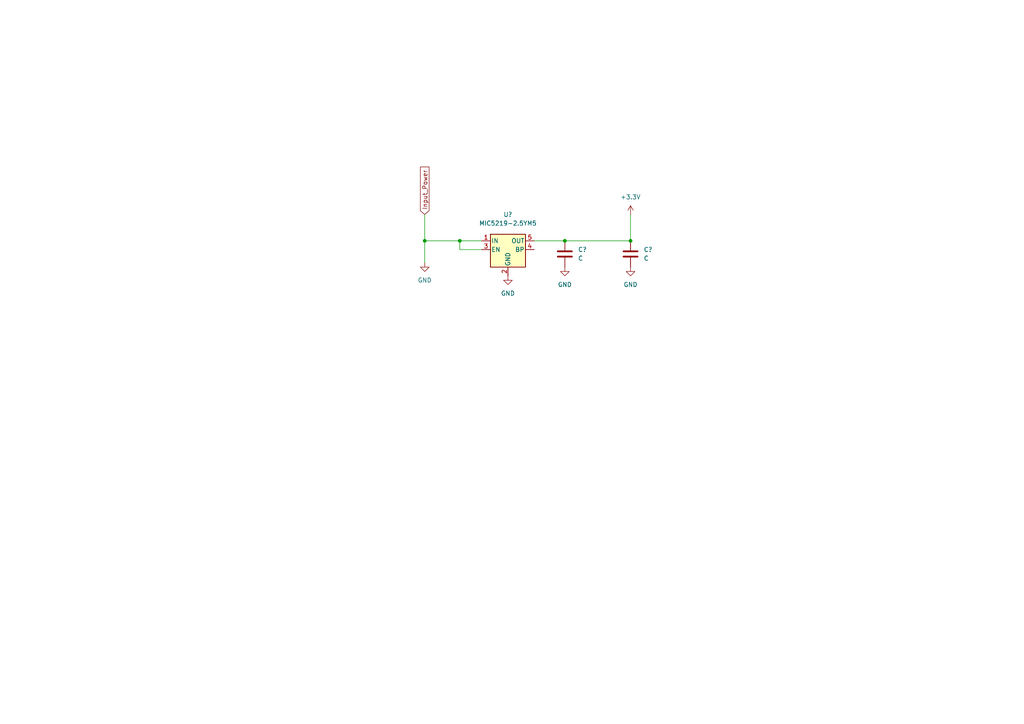
<source format=kicad_sch>
(kicad_sch (version 20211123) (generator eeschema)

  (uuid e406a9af-53e5-45b8-acee-6385beacca60)

  (paper "A4")

  (lib_symbols
    (symbol "Device:C" (pin_numbers hide) (pin_names (offset 0.254)) (in_bom yes) (on_board yes)
      (property "Reference" "C" (id 0) (at 0.635 2.54 0)
        (effects (font (size 1.27 1.27)) (justify left))
      )
      (property "Value" "C" (id 1) (at 0.635 -2.54 0)
        (effects (font (size 1.27 1.27)) (justify left))
      )
      (property "Footprint" "" (id 2) (at 0.9652 -3.81 0)
        (effects (font (size 1.27 1.27)) hide)
      )
      (property "Datasheet" "~" (id 3) (at 0 0 0)
        (effects (font (size 1.27 1.27)) hide)
      )
      (property "ki_keywords" "cap capacitor" (id 4) (at 0 0 0)
        (effects (font (size 1.27 1.27)) hide)
      )
      (property "ki_description" "Unpolarized capacitor" (id 5) (at 0 0 0)
        (effects (font (size 1.27 1.27)) hide)
      )
      (property "ki_fp_filters" "C_*" (id 6) (at 0 0 0)
        (effects (font (size 1.27 1.27)) hide)
      )
      (symbol "C_0_1"
        (polyline
          (pts
            (xy -2.032 -0.762)
            (xy 2.032 -0.762)
          )
          (stroke (width 0.508) (type default) (color 0 0 0 0))
          (fill (type none))
        )
        (polyline
          (pts
            (xy -2.032 0.762)
            (xy 2.032 0.762)
          )
          (stroke (width 0.508) (type default) (color 0 0 0 0))
          (fill (type none))
        )
      )
      (symbol "C_1_1"
        (pin passive line (at 0 3.81 270) (length 2.794)
          (name "~" (effects (font (size 1.27 1.27))))
          (number "1" (effects (font (size 1.27 1.27))))
        )
        (pin passive line (at 0 -3.81 90) (length 2.794)
          (name "~" (effects (font (size 1.27 1.27))))
          (number "2" (effects (font (size 1.27 1.27))))
        )
      )
    )
    (symbol "Regulator_Linear:MIC5219-2.5YM5" (pin_names (offset 0.254)) (in_bom yes) (on_board yes)
      (property "Reference" "U" (id 0) (at -3.81 5.715 0)
        (effects (font (size 1.27 1.27)))
      )
      (property "Value" "MIC5219-2.5YM5" (id 1) (at 0 5.715 0)
        (effects (font (size 1.27 1.27)) (justify left))
      )
      (property "Footprint" "Package_TO_SOT_SMD:SOT-23-5" (id 2) (at 0 8.255 0)
        (effects (font (size 1.27 1.27)) hide)
      )
      (property "Datasheet" "http://ww1.microchip.com/downloads/en/DeviceDoc/MIC5219-500mA-Peak-Output-LDO-Regulator-DS20006021A.pdf" (id 3) (at 0 0 0)
        (effects (font (size 1.27 1.27)) hide)
      )
      (property "ki_keywords" "500mA ultra-low-noise LDO linear voltage regulator fixed positive" (id 4) (at 0 0 0)
        (effects (font (size 1.27 1.27)) hide)
      )
      (property "ki_description" "500mA low dropout linear regulator, fixed 2.5V output, SOT-23-5" (id 5) (at 0 0 0)
        (effects (font (size 1.27 1.27)) hide)
      )
      (property "ki_fp_filters" "SOT?23*" (id 6) (at 0 0 0)
        (effects (font (size 1.27 1.27)) hide)
      )
      (symbol "MIC5219-2.5YM5_0_1"
        (rectangle (start -5.08 4.445) (end 5.08 -5.08)
          (stroke (width 0.254) (type default) (color 0 0 0 0))
          (fill (type background))
        )
      )
      (symbol "MIC5219-2.5YM5_1_1"
        (pin power_in line (at -7.62 2.54 0) (length 2.54)
          (name "IN" (effects (font (size 1.27 1.27))))
          (number "1" (effects (font (size 1.27 1.27))))
        )
        (pin power_in line (at 0 -7.62 90) (length 2.54)
          (name "GND" (effects (font (size 1.27 1.27))))
          (number "2" (effects (font (size 1.27 1.27))))
        )
        (pin input line (at -7.62 0 0) (length 2.54)
          (name "EN" (effects (font (size 1.27 1.27))))
          (number "3" (effects (font (size 1.27 1.27))))
        )
        (pin input line (at 7.62 0 180) (length 2.54)
          (name "BP" (effects (font (size 1.27 1.27))))
          (number "4" (effects (font (size 1.27 1.27))))
        )
        (pin power_out line (at 7.62 2.54 180) (length 2.54)
          (name "OUT" (effects (font (size 1.27 1.27))))
          (number "5" (effects (font (size 1.27 1.27))))
        )
      )
    )
    (symbol "power:+3.3V" (power) (pin_names (offset 0)) (in_bom yes) (on_board yes)
      (property "Reference" "#PWR" (id 0) (at 0 -3.81 0)
        (effects (font (size 1.27 1.27)) hide)
      )
      (property "Value" "+3.3V" (id 1) (at 0 3.556 0)
        (effects (font (size 1.27 1.27)))
      )
      (property "Footprint" "" (id 2) (at 0 0 0)
        (effects (font (size 1.27 1.27)) hide)
      )
      (property "Datasheet" "" (id 3) (at 0 0 0)
        (effects (font (size 1.27 1.27)) hide)
      )
      (property "ki_keywords" "global power" (id 4) (at 0 0 0)
        (effects (font (size 1.27 1.27)) hide)
      )
      (property "ki_description" "Power symbol creates a global label with name \"+3.3V\"" (id 5) (at 0 0 0)
        (effects (font (size 1.27 1.27)) hide)
      )
      (symbol "+3.3V_0_1"
        (polyline
          (pts
            (xy -0.762 1.27)
            (xy 0 2.54)
          )
          (stroke (width 0) (type default) (color 0 0 0 0))
          (fill (type none))
        )
        (polyline
          (pts
            (xy 0 0)
            (xy 0 2.54)
          )
          (stroke (width 0) (type default) (color 0 0 0 0))
          (fill (type none))
        )
        (polyline
          (pts
            (xy 0 2.54)
            (xy 0.762 1.27)
          )
          (stroke (width 0) (type default) (color 0 0 0 0))
          (fill (type none))
        )
      )
      (symbol "+3.3V_1_1"
        (pin power_in line (at 0 0 90) (length 0) hide
          (name "+3.3V" (effects (font (size 1.27 1.27))))
          (number "1" (effects (font (size 1.27 1.27))))
        )
      )
    )
    (symbol "power:GND" (power) (pin_names (offset 0)) (in_bom yes) (on_board yes)
      (property "Reference" "#PWR" (id 0) (at 0 -6.35 0)
        (effects (font (size 1.27 1.27)) hide)
      )
      (property "Value" "GND" (id 1) (at 0 -3.81 0)
        (effects (font (size 1.27 1.27)))
      )
      (property "Footprint" "" (id 2) (at 0 0 0)
        (effects (font (size 1.27 1.27)) hide)
      )
      (property "Datasheet" "" (id 3) (at 0 0 0)
        (effects (font (size 1.27 1.27)) hide)
      )
      (property "ki_keywords" "global power" (id 4) (at 0 0 0)
        (effects (font (size 1.27 1.27)) hide)
      )
      (property "ki_description" "Power symbol creates a global label with name \"GND\" , ground" (id 5) (at 0 0 0)
        (effects (font (size 1.27 1.27)) hide)
      )
      (symbol "GND_0_1"
        (polyline
          (pts
            (xy 0 0)
            (xy 0 -1.27)
            (xy 1.27 -1.27)
            (xy 0 -2.54)
            (xy -1.27 -1.27)
            (xy 0 -1.27)
          )
          (stroke (width 0) (type default) (color 0 0 0 0))
          (fill (type none))
        )
      )
      (symbol "GND_1_1"
        (pin power_in line (at 0 0 270) (length 0) hide
          (name "GND" (effects (font (size 1.27 1.27))))
          (number "1" (effects (font (size 1.27 1.27))))
        )
      )
    )
  )

  (junction (at 163.83 69.85) (diameter 0) (color 0 0 0 0)
    (uuid 2f8864b8-1af3-4551-87f4-460d06cda206)
  )
  (junction (at 182.88 69.85) (diameter 0) (color 0 0 0 0)
    (uuid 687a904d-f20e-4a05-8bfe-9d7c7ce243c6)
  )
  (junction (at 133.35 69.85) (diameter 0) (color 0 0 0 0)
    (uuid 93ca8915-da44-443f-9f26-a354e21ba932)
  )
  (junction (at 123.19 69.85) (diameter 0) (color 0 0 0 0)
    (uuid fbf15c68-56ca-47a7-8744-794277bcfe8e)
  )

  (wire (pts (xy 182.88 62.23) (xy 182.88 69.85))
    (stroke (width 0) (type default) (color 0 0 0 0))
    (uuid 044c51bd-78d5-42fc-b442-12f80c6450ed)
  )
  (wire (pts (xy 123.19 62.23) (xy 123.19 69.85))
    (stroke (width 0) (type default) (color 0 0 0 0))
    (uuid 1912718d-9599-4565-8aa0-64a476d99adf)
  )
  (wire (pts (xy 163.83 69.85) (xy 182.88 69.85))
    (stroke (width 0) (type default) (color 0 0 0 0))
    (uuid 35ecf9b9-0c69-4e1c-bcf2-0c9e3ae8aeff)
  )
  (wire (pts (xy 133.35 69.85) (xy 139.7 69.85))
    (stroke (width 0) (type default) (color 0 0 0 0))
    (uuid 46c12865-f77c-4dff-a53c-9c212614a538)
  )
  (wire (pts (xy 123.19 69.85) (xy 133.35 69.85))
    (stroke (width 0) (type default) (color 0 0 0 0))
    (uuid 488b2c3f-eb76-4740-8612-6cc00b978ea9)
  )
  (wire (pts (xy 133.35 72.39) (xy 133.35 69.85))
    (stroke (width 0) (type default) (color 0 0 0 0))
    (uuid a69d3cf7-a7e9-462c-b502-525b028e04cd)
  )
  (wire (pts (xy 139.7 72.39) (xy 133.35 72.39))
    (stroke (width 0) (type default) (color 0 0 0 0))
    (uuid bbd82e9f-e418-4635-8abc-119beaf7f18b)
  )
  (wire (pts (xy 154.94 69.85) (xy 163.83 69.85))
    (stroke (width 0) (type default) (color 0 0 0 0))
    (uuid c8955aa3-89c4-47fb-8502-c0d22e145a0a)
  )
  (wire (pts (xy 123.19 69.85) (xy 123.19 76.2))
    (stroke (width 0) (type default) (color 0 0 0 0))
    (uuid e191e591-425b-457d-a2b2-0483b05e83c3)
  )

  (global_label "Input_Power" (shape input) (at 123.19 62.23 90) (fields_autoplaced)
    (effects (font (size 1.27 1.27)) (justify left))
    (uuid 08547faf-ce4c-4c10-80d3-07a2f1081d4d)
    (property "Intersheet References" "${INTERSHEET_REFS}" (id 0) (at 123.1106 48.4474 90)
      (effects (font (size 1.27 1.27)) (justify left) hide)
    )
  )

  (symbol (lib_id "Regulator_Linear:MIC5219-2.5YM5") (at 147.32 72.39 0) (unit 1)
    (in_bom yes) (on_board yes) (fields_autoplaced)
    (uuid 86fe91e2-f7a8-4361-85d3-d126c49df82b)
    (property "Reference" "U?" (id 0) (at 147.32 62.23 0))
    (property "Value" "MIC5219-2.5YM5" (id 1) (at 147.32 64.77 0))
    (property "Footprint" "Package_TO_SOT_SMD:SOT-23-5" (id 2) (at 147.32 64.135 0)
      (effects (font (size 1.27 1.27)) hide)
    )
    (property "Datasheet" "http://ww1.microchip.com/downloads/en/DeviceDoc/MIC5219-500mA-Peak-Output-LDO-Regulator-DS20006021A.pdf" (id 3) (at 147.32 72.39 0)
      (effects (font (size 1.27 1.27)) hide)
    )
    (pin "1" (uuid e77b3596-6e97-4f71-9659-e3c6b993797f))
    (pin "2" (uuid 93049778-00a2-4a1e-a47d-c63d340a1940))
    (pin "3" (uuid 58e79f47-ab82-4494-83ca-d9ff73f368fd))
    (pin "4" (uuid ac6cef7b-48eb-4738-a49a-4b0de5a43674))
    (pin "5" (uuid b482d0f2-e0ef-4f36-9d94-a111c35656af))
  )

  (symbol (lib_id "power:+3.3V") (at 182.88 62.23 0) (unit 1)
    (in_bom yes) (on_board yes) (fields_autoplaced)
    (uuid 8d5105ce-9f11-457d-b61e-e4e6944463c4)
    (property "Reference" "#PWR?" (id 0) (at 182.88 66.04 0)
      (effects (font (size 1.27 1.27)) hide)
    )
    (property "Value" "+3.3V" (id 1) (at 182.88 57.15 0))
    (property "Footprint" "" (id 2) (at 182.88 62.23 0)
      (effects (font (size 1.27 1.27)) hide)
    )
    (property "Datasheet" "" (id 3) (at 182.88 62.23 0)
      (effects (font (size 1.27 1.27)) hide)
    )
    (pin "1" (uuid 6eca584d-a3ba-4bd4-9713-7d19c33272ff))
  )

  (symbol (lib_id "power:GND") (at 123.19 76.2 0) (unit 1)
    (in_bom yes) (on_board yes) (fields_autoplaced)
    (uuid 8ee268c2-7ebc-4d40-875b-5864bcac62ae)
    (property "Reference" "#PWR?" (id 0) (at 123.19 82.55 0)
      (effects (font (size 1.27 1.27)) hide)
    )
    (property "Value" "GND" (id 1) (at 123.19 81.28 0))
    (property "Footprint" "" (id 2) (at 123.19 76.2 0)
      (effects (font (size 1.27 1.27)) hide)
    )
    (property "Datasheet" "" (id 3) (at 123.19 76.2 0)
      (effects (font (size 1.27 1.27)) hide)
    )
    (pin "1" (uuid b5e76070-3f24-46e1-a5c2-da3da4e9a007))
  )

  (symbol (lib_id "power:GND") (at 182.88 77.47 0) (unit 1)
    (in_bom yes) (on_board yes) (fields_autoplaced)
    (uuid 94d23151-ccb7-419f-9e50-0538d9596ebb)
    (property "Reference" "#PWR?" (id 0) (at 182.88 83.82 0)
      (effects (font (size 1.27 1.27)) hide)
    )
    (property "Value" "GND" (id 1) (at 182.88 82.55 0))
    (property "Footprint" "" (id 2) (at 182.88 77.47 0)
      (effects (font (size 1.27 1.27)) hide)
    )
    (property "Datasheet" "" (id 3) (at 182.88 77.47 0)
      (effects (font (size 1.27 1.27)) hide)
    )
    (pin "1" (uuid cd264971-6217-4a78-8211-a002fe149d5e))
  )

  (symbol (lib_id "power:GND") (at 163.83 77.47 0) (unit 1)
    (in_bom yes) (on_board yes) (fields_autoplaced)
    (uuid 9c636f48-6778-4d03-845c-431026214fca)
    (property "Reference" "#PWR?" (id 0) (at 163.83 83.82 0)
      (effects (font (size 1.27 1.27)) hide)
    )
    (property "Value" "GND" (id 1) (at 163.83 82.55 0))
    (property "Footprint" "" (id 2) (at 163.83 77.47 0)
      (effects (font (size 1.27 1.27)) hide)
    )
    (property "Datasheet" "" (id 3) (at 163.83 77.47 0)
      (effects (font (size 1.27 1.27)) hide)
    )
    (pin "1" (uuid 7c70b9b4-a396-4943-8b7e-c49712256fab))
  )

  (symbol (lib_id "Device:C") (at 163.83 73.66 0) (unit 1)
    (in_bom yes) (on_board yes) (fields_autoplaced)
    (uuid ced7da57-486b-46f5-9b65-9d30893ca73d)
    (property "Reference" "C?" (id 0) (at 167.64 72.3899 0)
      (effects (font (size 1.27 1.27)) (justify left))
    )
    (property "Value" "C" (id 1) (at 167.64 74.9299 0)
      (effects (font (size 1.27 1.27)) (justify left))
    )
    (property "Footprint" "" (id 2) (at 164.7952 77.47 0)
      (effects (font (size 1.27 1.27)) hide)
    )
    (property "Datasheet" "~" (id 3) (at 163.83 73.66 0)
      (effects (font (size 1.27 1.27)) hide)
    )
    (pin "1" (uuid 419a8939-8747-4b3b-acb4-292473f43517))
    (pin "2" (uuid 7446dfcd-8c96-4b88-a929-ce5cdc20f120))
  )

  (symbol (lib_id "power:GND") (at 147.32 80.01 0) (unit 1)
    (in_bom yes) (on_board yes) (fields_autoplaced)
    (uuid fa8c4354-44e5-458a-bfa8-6f009ef7925b)
    (property "Reference" "#PWR?" (id 0) (at 147.32 86.36 0)
      (effects (font (size 1.27 1.27)) hide)
    )
    (property "Value" "GND" (id 1) (at 147.32 85.09 0))
    (property "Footprint" "" (id 2) (at 147.32 80.01 0)
      (effects (font (size 1.27 1.27)) hide)
    )
    (property "Datasheet" "" (id 3) (at 147.32 80.01 0)
      (effects (font (size 1.27 1.27)) hide)
    )
    (pin "1" (uuid 7429e415-aaf4-4180-8725-3a8d00ae84ba))
  )

  (symbol (lib_id "Device:C") (at 182.88 73.66 0) (unit 1)
    (in_bom yes) (on_board yes) (fields_autoplaced)
    (uuid fb634bea-9c09-4fed-bce2-77ac488644f3)
    (property "Reference" "C?" (id 0) (at 186.69 72.3899 0)
      (effects (font (size 1.27 1.27)) (justify left))
    )
    (property "Value" "C" (id 1) (at 186.69 74.9299 0)
      (effects (font (size 1.27 1.27)) (justify left))
    )
    (property "Footprint" "" (id 2) (at 183.8452 77.47 0)
      (effects (font (size 1.27 1.27)) hide)
    )
    (property "Datasheet" "~" (id 3) (at 182.88 73.66 0)
      (effects (font (size 1.27 1.27)) hide)
    )
    (pin "1" (uuid 105b7623-329b-4401-b1e7-8598ebceedfb))
    (pin "2" (uuid 029036b1-2945-4755-a27a-81de53b66992))
  )
)

</source>
